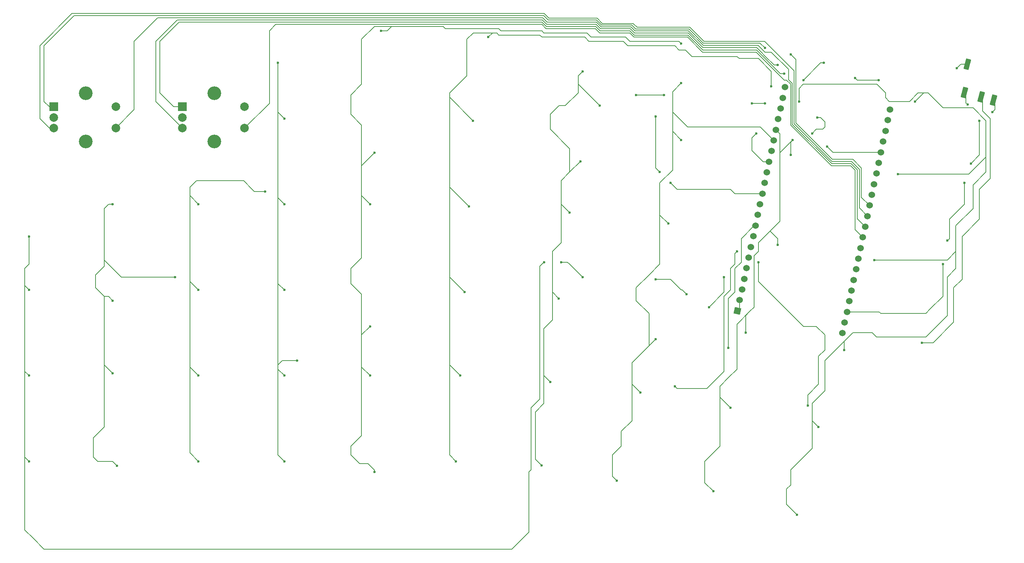
<source format=gbr>
%TF.GenerationSoftware,KiCad,Pcbnew,9.0.2*%
%TF.CreationDate,2025-07-31T22:52:31+02:00*%
%TF.ProjectId,multiboard_LEFT,6d756c74-6962-46f6-9172-645f4c454654,1.0*%
%TF.SameCoordinates,Original*%
%TF.FileFunction,Copper,L1,Top*%
%TF.FilePolarity,Positive*%
%FSLAX46Y46*%
G04 Gerber Fmt 4.6, Leading zero omitted, Abs format (unit mm)*
G04 Created by KiCad (PCBNEW 9.0.2) date 2025-07-31 22:52:31*
%MOMM*%
%LPD*%
G01*
G04 APERTURE LIST*
G04 Aperture macros list*
%AMRotRect*
0 Rectangle, with rotation*
0 The origin of the aperture is its center*
0 $1 length*
0 $2 width*
0 $3 Rotation angle, in degrees counterclockwise*
0 Add horizontal line*
21,1,$1,$2,0,0,$3*%
G04 Aperture macros list end*
%TA.AperFunction,ComponentPad*%
%ADD10R,2.000000X2.000000*%
%TD*%
%TA.AperFunction,ComponentPad*%
%ADD11C,2.000000*%
%TD*%
%TA.AperFunction,ComponentPad*%
%ADD12C,3.200000*%
%TD*%
%TA.AperFunction,SMDPad,CuDef*%
%ADD13RotRect,1.200000X2.500000X165.000000*%
%TD*%
%TA.AperFunction,ComponentPad*%
%ADD14RotRect,1.530000X1.530000X348.000000*%
%TD*%
%TA.AperFunction,ComponentPad*%
%ADD15C,1.530000*%
%TD*%
%TA.AperFunction,ViaPad*%
%ADD16C,0.600000*%
%TD*%
%TA.AperFunction,Conductor*%
%ADD17C,0.200000*%
%TD*%
G04 APERTURE END LIST*
D10*
%TO.P,SW1,A,A*%
%TO.N,ROTA1*%
X52208254Y-39227130D03*
D11*
%TO.P,SW1,B,B*%
%TO.N,ROTB1*%
X52208254Y-44227130D03*
%TO.P,SW1,C,C*%
%TO.N,GND*%
X52208254Y-41727130D03*
D12*
%TO.P,SW1,MP*%
%TO.N,N/C*%
X59708254Y-36127130D03*
X59708254Y-47327130D03*
D11*
%TO.P,SW1,S1,S1*%
%TO.N,BTN1*%
X66708254Y-44227130D03*
%TO.P,SW1,S2,S2*%
%TO.N,GND*%
X66708254Y-39227130D03*
%TD*%
D10*
%TO.P,SW2,A,A*%
%TO.N,ROTA2*%
X82208254Y-39227130D03*
D11*
%TO.P,SW2,B,B*%
%TO.N,ROTB2*%
X82208254Y-44227130D03*
%TO.P,SW2,C,C*%
%TO.N,GND*%
X82208254Y-41727130D03*
D12*
%TO.P,SW2,MP*%
%TO.N,N/C*%
X89708254Y-36127130D03*
X89708254Y-47327130D03*
D11*
%TO.P,SW2,S1,S1*%
%TO.N,BTN2*%
X96708254Y-44227130D03*
%TO.P,SW2,S2,S2*%
%TO.N,GND*%
X96708254Y-39227130D03*
%TD*%
D13*
%TO.P,J1,1*%
%TO.N,GND*%
X265158325Y-29350198D03*
%TO.P,J1,2*%
%TO.N,RX*%
X264538519Y-35913417D03*
%TO.P,J1,3*%
%TO.N,+3.3V*%
X268402222Y-36948693D03*
%TO.P,J1,4*%
%TO.N,TX*%
X271300000Y-37725150D03*
%TD*%
D14*
%TO.P,U1,J1_1,3V3*%
%TO.N,+3.3V*%
X211595108Y-86851121D03*
D15*
%TO.P,U1,J1_2,3V3*%
X212123203Y-84366626D03*
%TO.P,U1,J1_3,RST*%
%TO.N,unconnected-(U1-RST-PadJ1_3)*%
X212651299Y-81882131D03*
%TO.P,U1,J1_4,GPIO4*%
%TO.N,ROW1*%
X213179395Y-79397636D03*
%TO.P,U1,J1_5,GPIO5*%
%TO.N,ROW2*%
X213707490Y-76913141D03*
%TO.P,U1,J1_6,GPIO6*%
%TO.N,ROW3*%
X214235586Y-74428646D03*
%TO.P,U1,J1_7,GPIO7*%
%TO.N,ROW4*%
X214763682Y-71944152D03*
%TO.P,U1,J1_8,GPIO15*%
%TO.N,COL2*%
X215291777Y-69459657D03*
%TO.P,U1,J1_9,GPIO16*%
%TO.N,COL3*%
X215819873Y-66975162D03*
%TO.P,U1,J1_10,GPIO17*%
%TO.N,COL4*%
X216347969Y-64490667D03*
%TO.P,U1,J1_11,GPIO18*%
%TO.N,COL5*%
X216876064Y-62006172D03*
%TO.P,U1,J1_12,GPIO8*%
%TO.N,ROW5*%
X217404160Y-59521677D03*
%TO.P,U1,J1_13,GPIO3*%
%TO.N,unconnected-(U1-GPIO3-PadJ1_13)*%
X217932256Y-57037182D03*
%TO.P,U1,J1_14,GPIO46*%
%TO.N,unconnected-(U1-GPIO46-PadJ1_14)*%
X218460352Y-54552687D03*
%TO.P,U1,J1_15,GPIO9*%
%TO.N,ROW6*%
X218988447Y-52068192D03*
%TO.P,U1,J1_16,GPIO10*%
%TO.N,ROW7*%
X219516543Y-49583697D03*
%TO.P,U1,J1_17,GPIO11*%
%TO.N,ROW8*%
X220044639Y-47099201D03*
%TO.P,U1,J1_18,GPIO12*%
%TO.N,ROW9*%
X220572734Y-44614708D03*
%TO.P,U1,J1_19,GPIO13*%
%TO.N,ROW10*%
X221100830Y-42130213D03*
%TO.P,U1,J1_20,GPIO14*%
%TO.N,COL1*%
X221628926Y-39645718D03*
%TO.P,U1,J1_21,5V0*%
%TO.N,unconnected-(U1-5V0-PadJ1_21)*%
X222157021Y-37161223D03*
%TO.P,U1,J1_22,GND*%
%TO.N,GND*%
X222685117Y-34676728D03*
%TO.P,U1,J3_1,GND*%
X236071905Y-92084495D03*
%TO.P,U1,J3_2,U0TXD/GPIO43*%
%TO.N,TX*%
X236600000Y-89600000D03*
%TO.P,U1,J3_3,U0RXD/GPIO44*%
%TO.N,RX*%
X237128096Y-87115505D03*
%TO.P,U1,J3_4,GPIO1*%
%TO.N,unconnected-(U1-GPIO1-PadJ3_4)*%
X237656192Y-84631010D03*
%TO.P,U1,J3_5,GPIO2*%
%TO.N,unconnected-(U1-GPIO2-PadJ3_5)*%
X238184287Y-82146515D03*
%TO.P,U1,J3_6,MTMS/GPIO42*%
%TO.N,unconnected-(U1-MTMS{slash}GPIO42-PadJ3_6)*%
X238712383Y-79662020D03*
%TO.P,U1,J3_7,MTDI/GPIO41*%
%TO.N,unconnected-(U1-MTDI{slash}GPIO41-PadJ3_7)*%
X239240479Y-77177526D03*
%TO.P,U1,J3_8,MTDO/GPIO40*%
%TO.N,unconnected-(U1-MTDO{slash}GPIO40-PadJ3_8)*%
X239768575Y-74693031D03*
%TO.P,U1,J3_9,MTCK/GPIO39*%
%TO.N,unconnected-(U1-MTCK{slash}GPIO39-PadJ3_9)*%
X240296670Y-72208536D03*
%TO.P,U1,J3_10,GPIO38*%
%TO.N,BTN2*%
X240824766Y-69724041D03*
%TO.P,U1,J3_11,GPIO37*%
%TO.N,BTN1*%
X241352862Y-67239546D03*
%TO.P,U1,J3_12,GPIO36*%
%TO.N,ROTB1*%
X241880957Y-64755051D03*
%TO.P,U1,J3_13,GPIO35*%
%TO.N,ROTA1*%
X242409053Y-62270556D03*
%TO.P,U1,J3_14,GPIO0*%
%TO.N,unconnected-(U1-GPIO0-PadJ3_14)*%
X242937149Y-59786061D03*
%TO.P,U1,J3_15,GPIO45*%
%TO.N,unconnected-(U1-GPIO45-PadJ3_15)*%
X243465244Y-57301566D03*
%TO.P,U1,J3_16,GPIO48*%
%TO.N,ROTB2*%
X243993340Y-54817071D03*
%TO.P,U1,J3_17,GPIO47*%
%TO.N,ROTA2*%
X244521436Y-52332577D03*
%TO.P,U1,J3_18,GPIO21*%
%TO.N,COL6*%
X245049531Y-49848082D03*
%TO.P,U1,J3_19,USB_D+/GPIO20*%
%TO.N,unconnected-(U1-USB_D+{slash}GPIO20-PadJ3_19)*%
X245577627Y-47363587D03*
%TO.P,U1,J3_20,USB_D-/GPIO19*%
%TO.N,unconnected-(U1-USB_D-{slash}GPIO19-PadJ3_20)*%
X246105723Y-44879092D03*
%TO.P,U1,J3_21,GND*%
%TO.N,GND*%
X246633819Y-42394597D03*
%TO.P,U1,J3_22,GND*%
X247161914Y-39910102D03*
%TD*%
D16*
%TO.N,ROW1*%
X175500000Y-79000000D03*
X46500000Y-69500000D03*
X170500000Y-75500000D03*
X46486873Y-81986873D03*
X166565128Y-75509304D03*
X199750000Y-83000000D03*
X192500000Y-79500000D03*
X46500000Y-122000000D03*
X46486873Y-101986873D03*
%TO.N,COL1*%
X227000000Y-33000000D03*
X231750000Y-29000000D03*
%TO.N,COL2*%
X216500000Y-75500000D03*
X228000000Y-109000000D03*
%TO.N,ROW2*%
X205000000Y-86000000D03*
X65986873Y-61986873D03*
X66000000Y-84500000D03*
X208500000Y-79000000D03*
X67013127Y-123013127D03*
X65986873Y-101486873D03*
X80500000Y-79000000D03*
%TO.N,ROW3*%
X85986873Y-121986873D03*
X101500000Y-59000000D03*
X85986873Y-61986873D03*
X85986873Y-81986873D03*
X85986873Y-101986873D03*
%TO.N,ROW4*%
X105986873Y-61986873D03*
X105986873Y-41986873D03*
X211500000Y-73000000D03*
X105986873Y-121986873D03*
X105986873Y-81986873D03*
X197000000Y-104500000D03*
X104500000Y-29000000D03*
X105986873Y-101986873D03*
X109000000Y-98500000D03*
%TO.N,ROW5*%
X196000000Y-57000000D03*
X192500000Y-41500000D03*
X127013127Y-124500000D03*
X127000000Y-50000000D03*
X198500000Y-24500000D03*
X128500000Y-21500000D03*
X125986873Y-101986873D03*
X125986873Y-61986873D03*
X126000000Y-90500000D03*
X193500000Y-54500000D03*
%TO.N,ROW6*%
X148986873Y-62486873D03*
X149986873Y-42486873D03*
X145986873Y-121986873D03*
X216000000Y-45500000D03*
X153513127Y-22986873D03*
X219500000Y-34500000D03*
X147986873Y-82486873D03*
X146986873Y-101986873D03*
%TO.N,COL3*%
X209500000Y-95500000D03*
%TO.N,COL6*%
X188000000Y-36500000D03*
X232500000Y-48500000D03*
X215000000Y-38500000D03*
X218000000Y-38500000D03*
X194500000Y-36500000D03*
%TO.N,ROW7*%
X169973746Y-83973746D03*
X175000000Y-52000000D03*
X175500000Y-31000000D03*
X172473746Y-63973746D03*
X167973746Y-103473746D03*
X179500000Y-39000000D03*
X165973746Y-122973746D03*
%TO.N,ROW8*%
X198473746Y-46973746D03*
X188973746Y-105973746D03*
X195473746Y-66473746D03*
X198500000Y-33750000D03*
X192500000Y-93500000D03*
X183500000Y-126500000D03*
%TO.N,ROW9*%
X209973746Y-109473746D03*
X229000000Y-45500000D03*
X230250000Y-41750000D03*
X213500000Y-92000000D03*
X205973746Y-128973746D03*
X224000000Y-50500000D03*
X224500000Y-47000000D03*
X221000000Y-71500000D03*
%TO.N,ROW10*%
X225500000Y-134500000D03*
X249000000Y-55000000D03*
X230473746Y-113973746D03*
X226000000Y-38000000D03*
X253000000Y-38000000D03*
X236500000Y-96000000D03*
X243500000Y-75000000D03*
%TO.N,+3.3V*%
X254620000Y-94310000D03*
%TO.N,GND*%
X262750000Y-30250000D03*
%TO.N,ROTA2*%
X222500000Y-31500000D03*
X239000000Y-32500000D03*
X244500000Y-33000000D03*
%TO.N,TX*%
X271000000Y-40500000D03*
%TO.N,RX*%
X264500000Y-57000000D03*
X259500000Y-76000000D03*
X268000000Y-42500000D03*
X266000000Y-52500000D03*
X260500000Y-70500000D03*
X265250000Y-38750000D03*
%TO.N,ROTB2*%
X221000000Y-29500000D03*
%TO.N,ROTA1*%
X224000000Y-27000000D03*
X218000000Y-25500000D03*
%TD*%
D17*
%TO.N,ROW1*%
X45500000Y-116000000D02*
X45500000Y-101000000D01*
X196000000Y-79500000D02*
X192500000Y-79500000D01*
X46500000Y-76000000D02*
X45500000Y-77000000D01*
X46486873Y-101986873D02*
X45500000Y-101000000D01*
X45500000Y-138000000D02*
X47500000Y-140000000D01*
X198750000Y-82000000D02*
X198500000Y-82000000D01*
X163500000Y-109500000D02*
X165500000Y-107500000D01*
X163500000Y-124000000D02*
X163500000Y-115000000D01*
X175500000Y-79000000D02*
X172500000Y-76000000D01*
X47500000Y-140000000D02*
X50000000Y-142500000D01*
X165500000Y-107500000D02*
X165500000Y-76500000D01*
X45500000Y-77000000D02*
X45500000Y-81000000D01*
X163000000Y-124500000D02*
X163500000Y-124000000D01*
X45500000Y-121000000D02*
X45500000Y-138000000D01*
X165500000Y-76500000D02*
X166500000Y-75500000D01*
X45500000Y-121000000D02*
X45500000Y-116000000D01*
X45500000Y-81000000D02*
X45500000Y-101000000D01*
X46500000Y-122000000D02*
X45500000Y-121000000D01*
X46500000Y-69500000D02*
X46500000Y-76000000D01*
X198500000Y-82000000D02*
X196000000Y-79500000D01*
X50000000Y-142500000D02*
X65500000Y-142500000D01*
X172000000Y-75500000D02*
X170500000Y-75500000D01*
X159000000Y-142500000D02*
X163000000Y-138500000D01*
X199750000Y-83000000D02*
X198750000Y-82000000D01*
X163500000Y-115000000D02*
X163500000Y-109500000D01*
X65500000Y-142500000D02*
X159000000Y-142500000D01*
X163000000Y-138500000D02*
X163000000Y-124500000D01*
X46486873Y-81986873D02*
X45500000Y-81000000D01*
X172500000Y-76000000D02*
X172000000Y-75500000D01*
%TO.N,COL1*%
X231000000Y-29000000D02*
X227000000Y-33000000D01*
X231750000Y-29000000D02*
X231000000Y-29000000D01*
%TO.N,COL2*%
X230000000Y-90500000D02*
X227000000Y-90500000D01*
X228000000Y-109000000D02*
X228000000Y-106500000D01*
X227000000Y-90500000D02*
X216500000Y-80000000D01*
X216500000Y-80000000D02*
X216500000Y-75500000D01*
X230500000Y-97500000D02*
X232000000Y-96000000D01*
X232000000Y-92500000D02*
X230000000Y-90500000D01*
X228000000Y-106500000D02*
X230500000Y-104000000D01*
X232000000Y-96000000D02*
X232000000Y-92500000D01*
X230500000Y-104000000D02*
X230500000Y-97500000D01*
%TO.N,ROW2*%
X61500000Y-121000000D02*
X61500000Y-116500000D01*
X205000000Y-86000000D02*
X208500000Y-82500000D01*
X67013127Y-123013127D02*
X65986873Y-121986873D01*
X65973746Y-62000000D02*
X65000000Y-62000000D01*
X62486873Y-121986873D02*
X61500000Y-121000000D01*
X65986873Y-121986873D02*
X62486873Y-121986873D01*
X64000000Y-75000000D02*
X68000000Y-79000000D01*
X65000000Y-62000000D02*
X64000000Y-63000000D01*
X64000000Y-76500000D02*
X64000000Y-75500000D01*
X64000000Y-63000000D02*
X64000000Y-75500000D01*
X62000000Y-81500000D02*
X64000000Y-83500000D01*
X64000000Y-99500000D02*
X64000000Y-96000000D01*
X65000000Y-83500000D02*
X64000000Y-83500000D01*
X61500000Y-116500000D02*
X64000000Y-114000000D01*
X62000000Y-78500000D02*
X62000000Y-81500000D01*
X64000000Y-76500000D02*
X62000000Y-78500000D01*
X208500000Y-82500000D02*
X208500000Y-79000000D01*
X64000000Y-96000000D02*
X64000000Y-83500000D01*
X64000000Y-75500000D02*
X64000000Y-73000000D01*
X68000000Y-79000000D02*
X80500000Y-79000000D01*
X65986873Y-61986873D02*
X65973746Y-62000000D01*
X64000000Y-114000000D02*
X64000000Y-96000000D01*
X65986873Y-101486873D02*
X64000000Y-99500000D01*
X66000000Y-84500000D02*
X65000000Y-83500000D01*
X64000000Y-73000000D02*
X64000000Y-75000000D01*
%TO.N,ROW3*%
X98500000Y-58500000D02*
X99000000Y-59000000D01*
X96500000Y-56500000D02*
X98500000Y-58500000D01*
X84000000Y-95000000D02*
X84000000Y-74500000D01*
X99000000Y-59000000D02*
X101500000Y-59000000D01*
X84000000Y-100000000D02*
X84000000Y-95000000D01*
X85986873Y-61986873D02*
X84000000Y-60000000D01*
X85986873Y-81986873D02*
X84000000Y-80000000D01*
X85500000Y-56500000D02*
X96500000Y-56500000D01*
X84000000Y-60000000D02*
X84000000Y-58000000D01*
X84000000Y-80000000D02*
X84000000Y-74500000D01*
X85986873Y-101986873D02*
X84000000Y-100000000D01*
X84000000Y-58000000D02*
X85500000Y-56500000D01*
X85986873Y-121986873D02*
X84000000Y-120000000D01*
X84000000Y-120000000D02*
X84000000Y-115500000D01*
X84000000Y-74500000D02*
X84000000Y-58000000D01*
X84000000Y-115500000D02*
X84000000Y-95000000D01*
%TO.N,ROW4*%
X105986873Y-81986873D02*
X104500000Y-80500000D01*
X208500000Y-94000000D02*
X208500000Y-93000000D01*
X208500000Y-83500000D02*
X210000000Y-82000000D01*
X210000000Y-82000000D02*
X210000000Y-77000000D01*
X104500000Y-78000000D02*
X104500000Y-57000000D01*
X104500000Y-80500000D02*
X104500000Y-78000000D01*
X210000000Y-77000000D02*
X211000000Y-76000000D01*
X211000000Y-73500000D02*
X211500000Y-73000000D01*
X211000000Y-76000000D02*
X211000000Y-73500000D01*
X104500000Y-120500000D02*
X104500000Y-101000000D01*
X197500000Y-105000000D02*
X201000000Y-105000000D01*
X104500000Y-101000000D02*
X104500000Y-96500000D01*
X104500000Y-96500000D02*
X104500000Y-78000000D01*
X104500000Y-40500000D02*
X104500000Y-39500000D01*
X197000000Y-104500000D02*
X197500000Y-105000000D01*
X105986873Y-101986873D02*
X104500000Y-100500000D01*
X204500000Y-105000000D02*
X206000000Y-103500000D01*
X206000000Y-103500000D02*
X208500000Y-101000000D01*
X104500000Y-99500000D02*
X105500000Y-98500000D01*
X104500000Y-100500000D02*
X104500000Y-96500000D01*
X104500000Y-40000000D02*
X104500000Y-39500000D01*
X104500000Y-101000000D02*
X104500000Y-99500000D01*
X201000000Y-105000000D02*
X204500000Y-105000000D01*
X105986873Y-121986873D02*
X104500000Y-120500000D01*
X105986873Y-61986873D02*
X104500000Y-60500000D01*
X105500000Y-98500000D02*
X109000000Y-98500000D01*
X208500000Y-93000000D02*
X208500000Y-83500000D01*
X208500000Y-101000000D02*
X208500000Y-94000000D01*
X104500000Y-60500000D02*
X104500000Y-57000000D01*
X104500000Y-57000000D02*
X104500000Y-40000000D01*
X104500000Y-29000000D02*
X104500000Y-40000000D01*
X105986873Y-41986873D02*
X104500000Y-40500000D01*
%TO.N,ROW5*%
X217404160Y-59521677D02*
X211021677Y-59521677D01*
X121500000Y-77000000D02*
X124000000Y-74500000D01*
X124000000Y-33000000D02*
X124000000Y-34000000D01*
X121500000Y-80500000D02*
X121500000Y-77000000D01*
X186500000Y-24000000D02*
X185500000Y-23000000D01*
X124000000Y-53000000D02*
X124000000Y-60000000D01*
X124000000Y-92500000D02*
X124000000Y-98500000D01*
X125986873Y-61986873D02*
X124000000Y-60000000D01*
X166500000Y-22000000D02*
X166000000Y-21500000D01*
X127013127Y-124039381D02*
X125473746Y-122500000D01*
X185500000Y-23000000D02*
X177500000Y-23000000D01*
X124000000Y-23500000D02*
X127000000Y-20500000D01*
X124000000Y-24500000D02*
X124000000Y-23500000D01*
X210500000Y-59000000D02*
X210000000Y-58500000D01*
X198500000Y-24500000D02*
X198000000Y-24000000D01*
X124000000Y-116000000D02*
X124000000Y-98500000D01*
X125986873Y-101986873D02*
X124000000Y-100000000D01*
X197500000Y-58500000D02*
X196000000Y-57000000D01*
X176500000Y-22000000D02*
X166500000Y-22000000D01*
X124000000Y-74500000D02*
X124000000Y-60000000D01*
X124000000Y-100000000D02*
X124000000Y-98500000D01*
X127000000Y-50000000D02*
X124000000Y-53000000D01*
X198000000Y-24000000D02*
X186500000Y-24000000D01*
X177500000Y-23000000D02*
X176500000Y-22000000D01*
X156000000Y-21000000D02*
X143500000Y-21000000D01*
X143000000Y-20500000D02*
X131000000Y-20500000D01*
X123500000Y-122500000D02*
X121500000Y-120500000D01*
X211021677Y-59521677D02*
X210500000Y-59000000D01*
X121500000Y-36500000D02*
X121500000Y-41000000D01*
X121500000Y-118500000D02*
X124000000Y-116000000D01*
X128500000Y-21500000D02*
X130000000Y-21500000D01*
X127000000Y-20500000D02*
X131000000Y-20500000D01*
X156500000Y-21500000D02*
X156000000Y-21000000D01*
X124000000Y-34000000D02*
X121500000Y-36500000D01*
X121500000Y-41000000D02*
X124000000Y-43500000D01*
X210000000Y-58500000D02*
X202500000Y-58500000D01*
X124000000Y-83000000D02*
X121500000Y-80500000D01*
X192500000Y-41500000D02*
X192500000Y-53500000D01*
X126000000Y-90500000D02*
X124000000Y-92500000D01*
X143500000Y-21000000D02*
X143000000Y-20500000D01*
X124000000Y-92500000D02*
X124000000Y-83000000D01*
X125473746Y-122500000D02*
X123500000Y-122500000D01*
X202500000Y-58500000D02*
X197500000Y-58500000D01*
X121500000Y-120500000D02*
X121500000Y-118500000D01*
X130000000Y-21500000D02*
X131000000Y-20500000D01*
X166000000Y-21500000D02*
X156500000Y-21500000D01*
X124000000Y-43500000D02*
X124000000Y-53000000D01*
X192500000Y-53500000D02*
X193500000Y-54500000D01*
X127013127Y-124500000D02*
X127013127Y-124039381D01*
X124000000Y-24500000D02*
X124000000Y-33000000D01*
%TO.N,ROW6*%
X199500000Y-26000000D02*
X198000000Y-26000000D01*
X144500000Y-93000000D02*
X144500000Y-75000000D01*
X155500000Y-22000000D02*
X154500000Y-22000000D01*
X211500000Y-27500000D02*
X201000000Y-27500000D01*
X144500000Y-120500000D02*
X144500000Y-93000000D01*
X177000000Y-24000000D02*
X176000000Y-23000000D01*
X144500000Y-75000000D02*
X144500000Y-54500000D01*
X166000000Y-23000000D02*
X165500000Y-22500000D01*
X148500000Y-32000000D02*
X144500000Y-36000000D01*
X144500000Y-79000000D02*
X144500000Y-75000000D01*
X215000000Y-46500000D02*
X215000000Y-49500000D01*
X144500000Y-58000000D02*
X144500000Y-54500000D01*
X219500000Y-31000000D02*
X216500000Y-28000000D01*
X186000000Y-25000000D02*
X185000000Y-24000000D01*
X150000000Y-22000000D02*
X148500000Y-23500000D01*
X201000000Y-27500000D02*
X199500000Y-26000000D01*
X154500000Y-22000000D02*
X150000000Y-22000000D01*
X144500000Y-54500000D02*
X144500000Y-36000000D01*
X219500000Y-34500000D02*
X219500000Y-31000000D01*
X197000000Y-25000000D02*
X186000000Y-25000000D01*
X144500000Y-99500000D02*
X144500000Y-93000000D01*
X153513127Y-22986873D02*
X154500000Y-22000000D01*
X212000000Y-28000000D02*
X211500000Y-27500000D01*
X216000000Y-45500000D02*
X215000000Y-46500000D01*
X146986873Y-101986873D02*
X144500000Y-99500000D01*
X185000000Y-24000000D02*
X177000000Y-24000000D01*
X216500000Y-28000000D02*
X212000000Y-28000000D01*
X148500000Y-23500000D02*
X148500000Y-32000000D01*
X165500000Y-22500000D02*
X156000000Y-22500000D01*
X176000000Y-23000000D02*
X166000000Y-23000000D01*
X148986873Y-62486873D02*
X144500000Y-58000000D01*
X145986873Y-121986873D02*
X144500000Y-120500000D01*
X147986873Y-82486873D02*
X144500000Y-79000000D01*
X144500000Y-37000000D02*
X144500000Y-36000000D01*
X156000000Y-22500000D02*
X155500000Y-22000000D01*
X198000000Y-26000000D02*
X197000000Y-25000000D01*
X217568192Y-52068192D02*
X218988447Y-52068192D01*
X149986873Y-42486873D02*
X144500000Y-37000000D01*
X215000000Y-49500000D02*
X217568192Y-52068192D01*
%TO.N,COL3*%
X211000000Y-77000000D02*
X211000000Y-82500000D01*
X211000000Y-82500000D02*
X209500000Y-84000000D01*
X215524838Y-66975162D02*
X212500000Y-70000000D01*
X209500000Y-84000000D02*
X209500000Y-95500000D01*
X212500000Y-75500000D02*
X211000000Y-77000000D01*
X212500000Y-70000000D02*
X212500000Y-75500000D01*
X215819873Y-66975162D02*
X215524838Y-66975162D01*
X215024838Y-66975162D02*
X215819873Y-66975162D01*
%TO.N,COL6*%
X218000000Y-38500000D02*
X215000000Y-38500000D01*
X245049531Y-49848082D02*
X233848082Y-49848082D01*
X233848082Y-49848082D02*
X232500000Y-48500000D01*
X188000000Y-36500000D02*
X194500000Y-36500000D01*
%TO.N,ROW7*%
X174500000Y-32000000D02*
X174500000Y-34000000D01*
X169973746Y-83973746D02*
X168500000Y-82500000D01*
X166500000Y-99500000D02*
X166500000Y-92000000D01*
X170500000Y-62000000D02*
X170500000Y-61500000D01*
X167973746Y-103473746D02*
X166500000Y-102000000D01*
X168500000Y-82500000D02*
X168500000Y-79000000D01*
X170500000Y-71000000D02*
X170500000Y-61500000D01*
X168500000Y-74000000D02*
X168500000Y-73000000D01*
X172500000Y-54500000D02*
X172500000Y-49000000D01*
X166500000Y-102000000D02*
X166500000Y-99500000D01*
X175000000Y-52000000D02*
X172500000Y-54500000D01*
X165973746Y-122973746D02*
X164500000Y-121500000D01*
X172473746Y-63973746D02*
X170500000Y-62000000D01*
X170000000Y-39000000D02*
X171500000Y-39000000D01*
X172500000Y-49000000D02*
X168000000Y-44500000D01*
X170500000Y-56500000D02*
X172500000Y-54500000D01*
X166500000Y-108500000D02*
X166500000Y-99500000D01*
X174500000Y-36000000D02*
X174500000Y-34000000D01*
X164500000Y-121500000D02*
X164500000Y-110500000D01*
X179500000Y-39000000D02*
X174500000Y-34000000D01*
X168000000Y-44500000D02*
X168000000Y-41000000D01*
X175500000Y-31000000D02*
X174500000Y-32000000D01*
X166500000Y-92000000D02*
X166500000Y-91000000D01*
X168000000Y-41000000D02*
X170000000Y-39000000D01*
X168500000Y-73000000D02*
X170500000Y-71000000D01*
X166500000Y-91000000D02*
X168500000Y-89000000D01*
X164500000Y-110500000D02*
X166500000Y-108500000D01*
X171500000Y-39000000D02*
X174500000Y-36000000D01*
X170500000Y-61500000D02*
X170500000Y-56500000D01*
X168500000Y-89000000D02*
X168500000Y-79000000D01*
X168500000Y-79000000D02*
X168500000Y-74000000D01*
%TO.N,ROW8*%
X187000000Y-103500000D02*
X187000000Y-99000000D01*
X184500000Y-118500000D02*
X184500000Y-115000000D01*
X193500000Y-76000000D02*
X193500000Y-63500000D01*
X188973746Y-105973746D02*
X187000000Y-104000000D01*
X191000000Y-95000000D02*
X191000000Y-90000000D01*
X196500000Y-35750000D02*
X196500000Y-40000000D01*
X198473746Y-46973746D02*
X196500000Y-45000000D01*
X193500000Y-63500000D02*
X193500000Y-57000000D01*
X220044639Y-47099202D02*
X216945437Y-44000000D01*
X183500000Y-126500000D02*
X182500000Y-125500000D01*
X187000000Y-104000000D02*
X187000000Y-103500000D01*
X198500000Y-33750000D02*
X196500000Y-35750000D01*
X196500000Y-45000000D02*
X196500000Y-40000000D01*
X191000000Y-78500000D02*
X188000000Y-81500000D01*
X191000000Y-87500000D02*
X191000000Y-90000000D01*
X187000000Y-112500000D02*
X187000000Y-103500000D01*
X200000000Y-44000000D02*
X196500000Y-40500000D01*
X188000000Y-81500000D02*
X188000000Y-84500000D01*
X182500000Y-120500000D02*
X184500000Y-118500000D01*
X196500000Y-40500000D02*
X196500000Y-40000000D01*
X196500000Y-54000000D02*
X196500000Y-45000000D01*
X195473746Y-66473746D02*
X193500000Y-64500000D01*
X193500000Y-64500000D02*
X193500000Y-63500000D01*
X184500000Y-115000000D02*
X187000000Y-112500000D01*
X191000000Y-78500000D02*
X193500000Y-76000000D01*
X192500000Y-93500000D02*
X191000000Y-95000000D01*
X182500000Y-125500000D02*
X182500000Y-120500000D01*
X188000000Y-84500000D02*
X191000000Y-87500000D01*
X187000000Y-99000000D02*
X190000000Y-96000000D01*
X216945437Y-44000000D02*
X200000000Y-44000000D01*
X193500000Y-57000000D02*
X196500000Y-54000000D01*
X190000000Y-96000000D02*
X191000000Y-95000000D01*
%TO.N,ROW9*%
X231500000Y-44500000D02*
X230000000Y-44500000D01*
X221000000Y-70000000D02*
X219250000Y-68250000D01*
X211500000Y-90000000D02*
X214500000Y-87000000D01*
X207500000Y-116500000D02*
X207500000Y-106000000D01*
X232000000Y-42750000D02*
X232000000Y-44000000D01*
X207500000Y-107000000D02*
X207500000Y-106000000D01*
X213500000Y-92000000D02*
X213500000Y-88000000D01*
X214500000Y-87000000D02*
X215500000Y-86000000D01*
X209973746Y-109473746D02*
X207500000Y-107000000D01*
X230000000Y-44500000D02*
X229000000Y-45500000D01*
X211500000Y-100500000D02*
X211500000Y-90000000D01*
X216500000Y-71000000D02*
X219250000Y-68250000D01*
X224000000Y-47500000D02*
X224500000Y-47000000D01*
X204000000Y-122000000D02*
X207500000Y-118500000D01*
X215500000Y-86000000D02*
X215500000Y-74000000D01*
X205973746Y-128973746D02*
X204000000Y-127000000D01*
X221500000Y-66000000D02*
X221500000Y-50000000D01*
X207500000Y-104500000D02*
X209500000Y-102500000D01*
X213500000Y-88000000D02*
X214500000Y-87000000D01*
X216500000Y-73000000D02*
X216500000Y-71000000D01*
X221500000Y-45541974D02*
X221500000Y-50000000D01*
X204000000Y-127000000D02*
X204000000Y-122000000D01*
X209500000Y-102500000D02*
X211500000Y-100500000D01*
X220572734Y-44614708D02*
X221500000Y-45541974D01*
X231000000Y-41750000D02*
X232000000Y-42750000D01*
X221500000Y-50000000D02*
X224500000Y-47000000D01*
X219250000Y-68250000D02*
X220500000Y-67000000D01*
X220500000Y-67000000D02*
X221500000Y-66000000D01*
X207500000Y-106000000D02*
X207500000Y-104500000D01*
X230250000Y-41750000D02*
X231000000Y-41750000D01*
X221000000Y-71500000D02*
X221000000Y-70000000D01*
X215500000Y-74000000D02*
X216500000Y-73000000D01*
X207500000Y-118500000D02*
X207500000Y-116500000D01*
X224000000Y-50500000D02*
X224000000Y-47500000D01*
X232000000Y-44000000D02*
X231500000Y-44500000D01*
%TO.N,ROW10*%
X256000000Y-36000000D02*
X253700000Y-36000000D01*
X246125000Y-36000000D02*
X244125000Y-34000000D01*
X246125000Y-37125000D02*
X246125000Y-36000000D01*
X255000000Y-36000000D02*
X256000000Y-36000000D01*
X269500000Y-42500000D02*
X266500000Y-39500000D01*
X223000000Y-132000000D02*
X223000000Y-128500000D01*
X268000000Y-52500000D02*
X269500000Y-51000000D01*
X229000000Y-111000000D02*
X229000000Y-108500000D01*
X260500000Y-79000000D02*
X262500000Y-77000000D01*
X238500000Y-92000000D02*
X243000000Y-92000000D01*
X262500000Y-77000000D02*
X262500000Y-67000000D01*
X253700000Y-36000000D02*
X251700000Y-38000000D01*
X265500000Y-55000000D02*
X268000000Y-52500000D01*
X224000000Y-124000000D02*
X229000000Y-119000000D01*
X251700000Y-38000000D02*
X247000000Y-38000000D01*
X229000000Y-112500000D02*
X229000000Y-111000000D01*
X236500000Y-96000000D02*
X236500000Y-94000000D01*
X247000000Y-38000000D02*
X246125000Y-37125000D01*
X266500000Y-57500000D02*
X269500000Y-54500000D01*
X266500000Y-39500000D02*
X259500000Y-39500000D01*
X236500000Y-94000000D02*
X237250000Y-93250000D01*
X225500000Y-134500000D02*
X223000000Y-132000000D01*
X259500000Y-39500000D02*
X256000000Y-36000000D01*
X236000000Y-94500000D02*
X237250000Y-93250000D01*
X260500000Y-75000000D02*
X262500000Y-73000000D01*
X262500000Y-67000000D02*
X266500000Y-63000000D01*
X260500000Y-88000000D02*
X260500000Y-79000000D01*
X232000000Y-98500000D02*
X236000000Y-94500000D01*
X255500000Y-93000000D02*
X260500000Y-88000000D01*
X269500000Y-51000000D02*
X269500000Y-42500000D01*
X237250000Y-93250000D02*
X238500000Y-92000000D01*
X266500000Y-63000000D02*
X266500000Y-57500000D01*
X229000000Y-119000000D02*
X229000000Y-111000000D01*
X230473746Y-113973746D02*
X229000000Y-112500000D01*
X226950000Y-34000000D02*
X226000000Y-34950000D01*
X243500000Y-75000000D02*
X260500000Y-75000000D01*
X269500000Y-54500000D02*
X269500000Y-51000000D01*
X226000000Y-34950000D02*
X226000000Y-38000000D01*
X253000000Y-38000000D02*
X255000000Y-36000000D01*
X224000000Y-127500000D02*
X224000000Y-124000000D01*
X244000000Y-93000000D02*
X255500000Y-93000000D01*
X243000000Y-92000000D02*
X244000000Y-93000000D01*
X232000000Y-105500000D02*
X232000000Y-98500000D01*
X244125000Y-34000000D02*
X226950000Y-34000000D01*
X229000000Y-108500000D02*
X232000000Y-105500000D01*
X223000000Y-128500000D02*
X224000000Y-127500000D01*
X249000000Y-55000000D02*
X265500000Y-55000000D01*
%TO.N,+3.3V*%
X262000000Y-89500000D02*
X257190000Y-94310000D01*
X268000000Y-65500000D02*
X264000000Y-69500000D01*
X270500000Y-56000000D02*
X268000000Y-58500000D01*
X212123203Y-86323026D02*
X211595108Y-86851121D01*
X212123203Y-84366626D02*
X212123203Y-86323026D01*
X257190000Y-94310000D02*
X254620000Y-94310000D01*
X262000000Y-81500000D02*
X262000000Y-89500000D01*
X270500000Y-42000000D02*
X270500000Y-56000000D01*
X264000000Y-79500000D02*
X262000000Y-81500000D01*
X268715579Y-40215579D02*
X270500000Y-42000000D01*
X268000000Y-58500000D02*
X268000000Y-65500000D01*
X264000000Y-69500000D02*
X264000000Y-79500000D01*
X268715579Y-36948692D02*
X268715579Y-40215579D01*
%TO.N,GND*%
X262750000Y-30250000D02*
X263649803Y-29350197D01*
X263649803Y-29350197D02*
X265471682Y-29350197D01*
%TO.N,BTN2*%
X222500000Y-33000000D02*
X216000000Y-26500000D01*
X240824766Y-69724041D02*
X239000000Y-67899275D01*
X167000000Y-21000000D02*
X166000000Y-20000000D01*
X238000000Y-53000000D02*
X233500000Y-53000000D01*
X223000000Y-33000000D02*
X222500000Y-33000000D01*
X216000000Y-26500000D02*
X203500000Y-26500000D01*
X179500000Y-22000000D02*
X178500000Y-21000000D01*
X166000000Y-20000000D02*
X104000000Y-20000000D01*
X239000000Y-67899275D02*
X239000000Y-54000000D01*
X224000000Y-43500000D02*
X224000000Y-34000000D01*
X224000000Y-34000000D02*
X223000000Y-33000000D01*
X200000000Y-23000000D02*
X187500000Y-23000000D01*
X203500000Y-26500000D02*
X200000000Y-23000000D01*
X186500000Y-22000000D02*
X179500000Y-22000000D01*
X233500000Y-53000000D02*
X224000000Y-43500000D01*
X102500000Y-21500000D02*
X102500000Y-38435384D01*
X102500000Y-38435384D02*
X96708254Y-44227130D01*
X178500000Y-21000000D02*
X167000000Y-21000000D01*
X104000000Y-20000000D02*
X102500000Y-21500000D01*
X239000000Y-54000000D02*
X238000000Y-53000000D01*
X187500000Y-23000000D02*
X186500000Y-22000000D01*
%TO.N,ROTA2*%
X186567100Y-21500000D02*
X179567100Y-21500000D01*
X80227130Y-39227130D02*
X77000000Y-36000000D01*
X81500000Y-19500000D02*
X77000000Y-24000000D01*
X178567100Y-20500000D02*
X167067100Y-20500000D01*
X200067100Y-22500000D02*
X187567100Y-22500000D01*
X167067100Y-20500000D02*
X166067100Y-19500000D01*
X203567100Y-26000000D02*
X200067100Y-22500000D01*
X221567100Y-31500000D02*
X216067100Y-26000000D01*
X216067100Y-26000000D02*
X203567100Y-26000000D01*
X77000000Y-36000000D02*
X77000000Y-24000000D01*
X187567100Y-22500000D02*
X186567100Y-21500000D01*
X244500000Y-33000000D02*
X239500000Y-33000000D01*
X82208254Y-39227130D02*
X80227130Y-39227130D01*
X166067100Y-19500000D02*
X81500000Y-19500000D01*
X239500000Y-33000000D02*
X239000000Y-32500000D01*
X179567100Y-21500000D02*
X178567100Y-20500000D01*
X222500000Y-31500000D02*
X221567100Y-31500000D01*
%TO.N,TX*%
X271000000Y-40500000D02*
X271613357Y-39886643D01*
X271613357Y-39886643D02*
X271613357Y-37725149D01*
%TO.N,RX*%
X256500000Y-86500000D02*
X259500000Y-83500000D01*
X261000000Y-65500000D02*
X264000000Y-62500000D01*
X244615505Y-87115505D02*
X245000000Y-87500000D01*
X255500000Y-87500000D02*
X256500000Y-86500000D01*
X264851876Y-38351876D02*
X264851876Y-35913416D01*
X261000000Y-66000000D02*
X261000000Y-65500000D01*
X265250000Y-38750000D02*
X264851876Y-38351876D01*
X264000000Y-62500000D02*
X264500000Y-62000000D01*
X266000000Y-52500000D02*
X268000000Y-50500000D01*
X260500000Y-70500000D02*
X261000000Y-70000000D01*
X245000000Y-87500000D02*
X255500000Y-87500000D01*
X237128096Y-87115505D02*
X244615505Y-87115505D01*
X259500000Y-83500000D02*
X259500000Y-76000000D01*
X264500000Y-62000000D02*
X264500000Y-57000000D01*
X268000000Y-50500000D02*
X268000000Y-42500000D01*
X261000000Y-70000000D02*
X261000000Y-66000000D01*
%TO.N,BTN1*%
X76500000Y-18500000D02*
X166201300Y-18500000D01*
X178701300Y-19500000D02*
X179800300Y-20599000D01*
X71000000Y-39935384D02*
X71000000Y-24000000D01*
X203600650Y-24899350D02*
X216399350Y-24899350D01*
X233567100Y-52500000D02*
X238067100Y-52500000D01*
X167201300Y-19500000D02*
X178701300Y-19500000D01*
X239500000Y-53932900D02*
X239500000Y-65386684D01*
X223500000Y-30500000D02*
X223500000Y-32932900D01*
X186800300Y-20599000D02*
X187701300Y-21500000D01*
X218000000Y-26500000D02*
X219500000Y-26500000D01*
X71000000Y-24000000D02*
X76500000Y-18500000D01*
X66708254Y-44227130D02*
X71000000Y-39935384D01*
X179800300Y-20599000D02*
X186800300Y-20599000D01*
X239500000Y-65386684D02*
X241352862Y-67239546D01*
X224401000Y-43333900D02*
X233567100Y-52500000D01*
X238067100Y-52500000D02*
X239500000Y-53932900D01*
X223500000Y-32932900D02*
X224401000Y-33833900D01*
X224401000Y-33833900D02*
X224401000Y-43333900D01*
X216399350Y-24899350D02*
X218000000Y-26500000D01*
X166201300Y-18500000D02*
X167201300Y-19500000D01*
X219500000Y-26500000D02*
X223500000Y-30500000D01*
X200201300Y-21500000D02*
X203600650Y-24899350D01*
X187701300Y-21500000D02*
X200201300Y-21500000D01*
%TO.N,ROTB2*%
X218067100Y-27432900D02*
X220134200Y-29500000D01*
X82208254Y-44227130D02*
X76000000Y-38018876D01*
X203567100Y-25432900D02*
X216067100Y-25432900D01*
X176500000Y-20000000D02*
X178634200Y-20000000D01*
X178634200Y-20000000D02*
X179567100Y-20932900D01*
X167134200Y-20000000D02*
X176500000Y-20000000D01*
X167067100Y-19932900D02*
X167134200Y-20000000D01*
X187567100Y-21932900D02*
X187634200Y-22000000D01*
X200134200Y-22000000D02*
X203567100Y-25432900D01*
X186500000Y-21000000D02*
X186634200Y-21000000D01*
X166134200Y-19000000D02*
X167067100Y-19932900D01*
X179567100Y-20932900D02*
X179634200Y-21000000D01*
X107500000Y-19000000D02*
X166134200Y-19000000D01*
X76000000Y-24000000D02*
X81000000Y-19000000D01*
X186634200Y-21000000D02*
X187567100Y-21932900D01*
X220134200Y-29500000D02*
X221000000Y-29500000D01*
X76000000Y-38018876D02*
X76000000Y-24000000D01*
X187634200Y-22000000D02*
X198000000Y-22000000D01*
X179634200Y-21000000D02*
X186500000Y-21000000D01*
X198000000Y-22000000D02*
X200134200Y-22000000D01*
X81000000Y-19000000D02*
X107500000Y-19000000D01*
X216067100Y-25432900D02*
X217067100Y-26432900D01*
X217067100Y-26432900D02*
X218067100Y-27432900D01*
%TO.N,ROTB1*%
X233634200Y-52000000D02*
X224802000Y-43167800D01*
X180132500Y-19797000D02*
X178934500Y-18599000D01*
X166567100Y-17500000D02*
X56500000Y-17500000D01*
X203800300Y-23964800D02*
X200533500Y-20698000D01*
X56500000Y-17500000D02*
X49000000Y-25000000D01*
X240000000Y-62874094D02*
X240000000Y-53865800D01*
X167666100Y-18599000D02*
X166567100Y-17500000D01*
X49000000Y-25000000D02*
X49000000Y-42009438D01*
X178934500Y-18599000D02*
X167666100Y-18599000D01*
X241880957Y-64755051D02*
X240000000Y-62874094D01*
X51217692Y-44227130D02*
X52208254Y-44227130D01*
X187297000Y-19797000D02*
X180132500Y-19797000D01*
X200533500Y-20698000D02*
X188198000Y-20698000D01*
X240000000Y-53865800D02*
X238134200Y-52000000D01*
X49000000Y-42009438D02*
X51217692Y-44227130D01*
X238134200Y-52000000D02*
X233634200Y-52000000D01*
X217964800Y-23964800D02*
X203800300Y-23964800D01*
X224802000Y-43167800D02*
X224802000Y-30802000D01*
X188198000Y-20698000D02*
X187297000Y-19797000D01*
X224802000Y-30802000D02*
X217964800Y-23964800D01*
%TO.N,ROTA1*%
X203634200Y-24365800D02*
X216865800Y-24365800D01*
X52208254Y-39227130D02*
X51227130Y-39227130D01*
X225203000Y-28203000D02*
X225203000Y-43001700D01*
X225203000Y-43001700D02*
X233701300Y-51500000D01*
X200367400Y-21099000D02*
X203634200Y-24365800D01*
X240500000Y-60361503D02*
X242409053Y-62270556D01*
X166500000Y-18000000D02*
X167500000Y-19000000D01*
X57000000Y-18000000D02*
X166500000Y-18000000D01*
X186966400Y-20198000D02*
X187867400Y-21099000D01*
X50000000Y-25000000D02*
X57000000Y-18000000D01*
X178768400Y-19000000D02*
X179966400Y-20198000D01*
X238500000Y-51500000D02*
X240500000Y-53500000D01*
X224000000Y-27000000D02*
X225203000Y-28203000D01*
X51227130Y-39227130D02*
X50000000Y-38000000D01*
X240500000Y-53500000D02*
X240500000Y-60361503D01*
X167500000Y-19000000D02*
X178768400Y-19000000D01*
X179966400Y-20198000D02*
X186966400Y-20198000D01*
X187867400Y-21099000D02*
X200367400Y-21099000D01*
X233701300Y-51500000D02*
X238500000Y-51500000D01*
X50000000Y-38000000D02*
X50000000Y-25000000D01*
X216865800Y-24365800D02*
X218000000Y-25500000D01*
%TD*%
M02*

</source>
